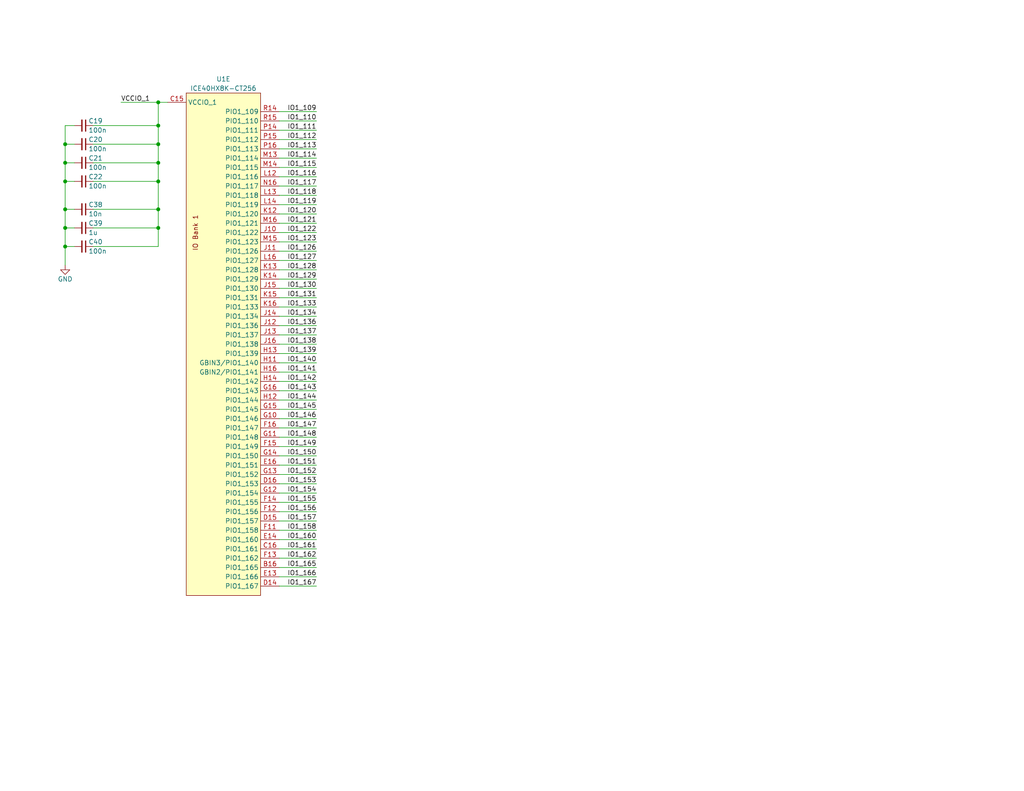
<source format=kicad_sch>
(kicad_sch (version 20211123) (generator eeschema)
  (paper "USLetter")
  (title_block (title "iCE40HX8K Development Board") (date "2022-04-30") (rev "0.1") (company "© 2022 Sam Hanes, licensed under CERN-OHL-S v2+") (comment 1 "https://github.com/Elemecca/ice40-dev"))
  (lib_symbols
    (symbol "0Local:ICE40HX8K-CT256"
      (property "Reference" "U" (at 0 6.35 0))
      (property "Value" "ICE40HX8K-CT256" (at 0 3.81 0))
      (symbol "ICE40HX8K-CT256_1_0"
        (text "Power Input" (at 7.62 -19.05 900) (effects (font (size 1.27 1.27))))
      )
      (symbol "ICE40HX8K-CT256_1_1"
        (rectangle (start -10.16 2.54) (end 10.16 -40.64) (fill (type background)))
        (pin passive line (at -15.24 -38.1 0) (length 5.08) hide (name "GND") (number "A12"))
        (pin passive line (at -15.24 0 0) (length 5.08) hide (name "VCC") (number "A14"))
        (pin passive line (at -15.24 -38.1 0) (length 5.08) hide (name "GND") (number "A4"))
        (pin power_in line (at -15.24 -30.48 0) (length 5.08) (name "VPP_FAST") (number "D12"))
        (pin power_in line (at -15.24 -27.94 0) (length 5.08) (name "VPP_2V5") (number "E12"))
        (pin passive line (at -15.24 -38.1 0) (length 5.08) hide (name "GND") (number "E15"))
        (pin power_in line (at -15.24 -20.32 0) (length 5.08) (name "GNDPLL1") (number "E7"))
        (pin power_in line (at -15.24 -17.78 0) (length 5.08) (name "VCCPLL1") (number "E8"))
        (pin passive line (at -15.24 0 0) (length 5.08) hide (name "VCC") (number "F10"))
        (pin power_in line (at -15.24 0 0) (length 5.08) (name "VCC") (number "F6"))
        (pin passive line (at -15.24 -38.1 0) (length 5.08) hide (name "GND") (number "G7"))
        (pin passive line (at -15.24 -38.1 0) (length 5.08) hide (name "GND") (number "G8"))
        (pin passive line (at -15.24 -38.1 0) (length 5.08) hide (name "GND") (number "G9"))
        (pin passive line (at -15.24 -38.1 0) (length 5.08) hide (name "GND") (number "H7"))
        (pin passive line (at -15.24 -38.1 0) (length 5.08) hide (name "GND") (number "H8"))
        (pin passive line (at -15.24 -38.1 0) (length 5.08) hide (name "GND") (number "H9"))
        (pin passive line (at -15.24 -38.1 0) (length 5.08) hide (name "GND") (number "J7"))
        (pin passive line (at -15.24 -38.1 0) (length 5.08) hide (name "GND") (number "J8"))
        (pin passive line (at -15.24 -38.1 0) (length 5.08) hide (name "GND") (number "J9"))
        (pin passive line (at -15.24 0 0) (length 5.08) hide (name "VCC") (number "K10"))
        (pin passive line (at -15.24 -38.1 0) (length 5.08) hide (name "GND") (number "K2"))
        (pin passive line (at -15.24 0 0) (length 5.08) hide (name "VCC") (number "K6"))
        (pin passive line (at -15.24 -38.1 0) (length 5.08) hide (name "GND") (number "K7"))
        (pin passive line (at -15.24 -38.1 0) (length 5.08) hide (name "GND") (number "L15"))
        (pin passive line (at -15.24 0 0) (length 5.08) hide (name "VCC") (number "L2"))
        (pin power_in line (at -15.24 -7.62 0) (length 5.08) (name "VCCPLL0") (number "L8"))
        (pin power_in line (at -15.24 -10.16 0) (length 5.08) (name "GNDPLL0") (number "N8"))
        (pin passive line (at -15.24 -38.1 0) (length 5.08) hide (name "GND") (number "R7"))
        (pin passive line (at -15.24 -38.1 0) (length 5.08) hide (name "GND") (number "T12"))
        (pin power_in line (at -15.24 -38.1 0) (length 5.08) (name "GND") (number "T4"))
      )
      (symbol "ICE40HX8K-CT256_2_0"
        (polyline (pts (xy -10.16 -15.24) (xy 10.16 -15.24)))
        (text "Config SPI" (at 7.62 -6.35 900) (effects (font (size 1.27 1.27))))
        (text "VCCIO_2" (at 3.81 -19.05 0) (effects (font (size 1.27 1.27))))
      )
      (symbol "ICE40HX8K-CT256_2_1"
        (rectangle (start -10.16 2.54) (end 10.16 -22.86) (fill (type background)))
        (pin output line (at -15.24 -17.78 0) (length 5.08) (name "CDONE") (number "M10"))
        (pin input line (at -15.24 -20.32 0) (length 5.08) (name "~{CRESET}") (number "N11"))
        (pin power_in line (at -15.24 0 0) (length 5.08) (name "VCC_SPI") (number "N13"))
        (pin bidirectional line (at -15.24 -7.62 0) (length 5.08) (name "SDI") (number "P11"))
        (pin bidirectional line (at -15.24 -10.16 0) (length 5.08) (name "SDO") (number "P12"))
        (pin bidirectional line (at -15.24 -5.08 0) (length 5.08) (name "SCK") (number "R11"))
        (pin bidirectional line (at -15.24 -12.7 0) (length 5.08) (name "~{SS}") (number "R12"))
      )
      (symbol "ICE40HX8K-CT256_3_0"
        (text "IO Bank 3" (at -7.62 -31.75 900) (effects (font (size 1.27 1.27))))
      )
      (symbol "ICE40HX8K-CT256_3_1"
        (rectangle (start -10.16 2.54) (end 10.16 -134.62) (fill (type background)))
        (pin tri_state line (at 15.24 -10.16 180) (length 5.08) (name "PIO3_2B") (number "B1"))
        (pin tri_state line (at 15.24 -5.08 180) (length 5.08) (name "PIO3_1B") (number "B2"))
        (pin tri_state line (at 15.24 -12.7 180) (length 5.08) (name "PIO3_3A") (number "C1"))
        (pin tri_state line (at 15.24 -15.24 180) (length 5.08) (name "PIO3_3B") (number "C2"))
        (pin tri_state line (at 15.24 -25.4 180) (length 5.08) (name "PIO3_5B") (number "D1"))
        (pin tri_state line (at 15.24 -20.32 180) (length 5.08) (name "PIO3_4B") (number "D2"))
        (pin power_in line (at -15.24 0 0) (length 5.08) (name "VCCIO_3") (number "E1"))
        (pin tri_state line (at 15.24 -35.56 180) (length 5.08) (name "PIO3_7B") (number "E2"))
        (pin tri_state line (at 15.24 -30.48 180) (length 5.08) (name "PIO3_6B") (number "E3"))
        (pin tri_state line (at 15.24 -2.54 180) (length 5.08) (name "PIO3_1A") (number "E4"))
        (pin tri_state line (at 15.24 -50.8 180) (length 5.08) (name "PIO3_10B") (number "F1"))
        (pin tri_state line (at 15.24 -45.72 180) (length 5.08) (name "PIO3_9B") (number "F2"))
        (pin tri_state line (at 15.24 -40.64 180) (length 5.08) (name "PIO3_8B") (number "F3"))
        (pin tri_state line (at 15.24 -17.78 180) (length 5.08) (name "PIO3_4A") (number "F4"))
        (pin tri_state line (at 15.24 -7.62 180) (length 5.08) (name "PIO3_2A") (number "F5"))
        (pin tri_state line (at 15.24 -66.04 180) (length 5.08) (name "GBIN7/PIO3_13B") (number "G1"))
        (pin tri_state line (at 15.24 -55.88 180) (length 5.08) (name "PIO3_11B") (number "G2"))
        (pin tri_state line (at 15.24 -38.1 180) (length 5.08) (name "PIO3_8A") (number "G3"))
        (pin tri_state line (at 15.24 -27.94 180) (length 5.08) (name "PIO3_6A") (number "G4"))
        (pin tri_state line (at 15.24 -22.86 180) (length 5.08) (name "PIO3_5A") (number "G5"))
        (pin passive line (at -15.24 0 0) (length 5.08) hide (name "VCCIO_3") (number "G6"))
        (pin tri_state line (at 15.24 -71.12 180) (length 5.08) (name "PIO3_14B") (number "H1"))
        (pin tri_state line (at 15.24 -60.96 180) (length 5.08) (name "PIO3_12B") (number "H2"))
        (pin tri_state line (at 15.24 -43.18 180) (length 5.08) (name "PIO3_9A") (number "H3"))
        (pin tri_state line (at 15.24 -53.34 180) (length 5.08) (name "PIO3_11A") (number "H4"))
        (pin tri_state line (at 15.24 -33.02 180) (length 5.08) (name "PIO3_7A") (number "H5"))
        (pin tri_state line (at 15.24 -48.26 180) (length 5.08) (name "PIO3_10A") (number "H6"))
        (pin tri_state line (at 15.24 -76.2 180) (length 5.08) (name "PIO3_15B") (number "J1"))
        (pin tri_state line (at 15.24 -73.66 180) (length 5.08) (name "PIO3_15A") (number "J2"))
        (pin tri_state line (at 15.24 -68.58 180) (length 5.08) (name "GBIN6/PIO3_14A") (number "J3"))
        (pin tri_state line (at 15.24 -58.42 180) (length 5.08) (name "PIO3_12A") (number "J4"))
        (pin tri_state line (at 15.24 -63.5 180) (length 5.08) (name "PIO3_13A") (number "J5"))
        (pin passive line (at -15.24 0 0) (length 5.08) hide (name "VCCIO_3") (number "J6"))
        (pin tri_state line (at 15.24 -78.74 180) (length 5.08) (name "PIO3_16A") (number "K1"))
        (pin tri_state line (at 15.24 -81.28 180) (length 5.08) (name "PIO3_16B") (number "K3"))
        (pin tri_state line (at 15.24 -88.9 180) (length 5.08) (name "PIO3_18A") (number "K4"))
        (pin tri_state line (at 15.24 -99.06 180) (length 5.08) (name "PIO3_20A") (number "K5"))
        (pin tri_state line (at 15.24 -86.36 180) (length 5.08) (name "PIO3_17B") (number "L1"))
        (pin tri_state line (at 15.24 -96.52 180) (length 5.08) (name "PIO3_19B") (number "L3"))
        (pin tri_state line (at 15.24 -83.82 180) (length 5.08) (name "PIO3_17A") (number "L4"))
        (pin tri_state line (at 15.24 -114.3 180) (length 5.08) (name "PIO3_23A") (number "L5"))
        (pin tri_state line (at 15.24 -93.98 180) (length 5.08) (name "PIO3_19A") (number "L6"))
        (pin tri_state line (at 15.24 -104.14 180) (length 5.08) (name "PIO3_21A") (number "L7"))
        (pin tri_state line (at 15.24 -91.44 180) (length 5.08) (name "PIO3_18B") (number "M1"))
        (pin tri_state line (at 15.24 -101.6 180) (length 5.08) (name "PIO3_20B") (number "M2"))
        (pin tri_state line (at 15.24 -111.76 180) (length 5.08) (name "PIO3_22B") (number "M3"))
        (pin tri_state line (at 15.24 -121.92 180) (length 5.08) (name "PIO3_24B") (number "M4"))
        (pin tri_state line (at 15.24 -127 180) (length 5.08) (name "PIO3_25B") (number "M5"))
        (pin tri_state line (at 15.24 -109.22 180) (length 5.08) (name "PIO3_22A") (number "M6"))
        (pin passive line (at -15.24 0 0) (length 5.08) hide (name "VCCIO_3") (number "N1"))
        (pin tri_state line (at 15.24 -106.68 180) (length 5.08) (name "PIO3_21B") (number "N2"))
        (pin tri_state line (at 15.24 -116.84 180) (length 5.08) (name "PIO3_23B") (number "N3"))
        (pin tri_state line (at 15.24 -132.08 180) (length 5.08) (name "PIO3_26B") (number "N4"))
        (pin tri_state line (at 15.24 -119.38 180) (length 5.08) (name "PIO3_24A") (number "P1"))
        (pin tri_state line (at 15.24 -124.46 180) (length 5.08) (name "PIO3_25A") (number "P2"))
        (pin tri_state line (at 15.24 -129.54 180) (length 5.08) (name "PIO3_26A") (number "R1"))
      )
      (symbol "ICE40HX8K-CT256_4_0"
        (text "IO Bank 2" (at -7.62 -33.02 900) (effects (font (size 1.27 1.27))))
      )
      (symbol "ICE40HX8K-CT256_4_1"
        (rectangle (start -10.16 2.54) (end 10.16 -119.38) (fill (type background)))
        (pin tri_state line (at 15.24 -114.3 180) (length 5.08) (name "CBSEL0/PIO2_103") (number "K11"))
        (pin power_in line (at -15.24 0 0) (length 5.08) (name "VCCIO_2") (number "K8"))
        (pin tri_state line (at 15.24 -71.12 180) (length 5.08) (name "GBIN4/PIO2_82") (number "K9"))
        (pin tri_state line (at 15.24 -78.74 180) (length 5.08) (name "PIO2_85") (number "L10"))
        (pin tri_state line (at 15.24 -104.14 180) (length 5.08) (name "PIO2_99") (number "L11"))
        (pin tri_state line (at 15.24 -50.8 180) (length 5.08) (name "PIO2_74") (number "L9"))
        (pin tri_state line (at 15.24 -96.52 180) (length 5.08) (name "PIO2_93") (number "M11"))
        (pin tri_state line (at 15.24 -109.22 180) (length 5.08) (name "PIO2_101") (number "M12"))
        (pin tri_state line (at 15.24 -30.48 180) (length 5.08) (name "PIO2_64") (number "M7"))
        (pin tri_state line (at 15.24 -38.1 180) (length 5.08) (name "PIO2_68") (number "M8"))
        (pin tri_state line (at 15.24 -66.04 180) (length 5.08) (name "PIO2_80") (number "M9"))
        (pin tri_state line (at 15.24 -83.82 180) (length 5.08) (name "PIO2_87") (number "N10"))
        (pin tri_state line (at 15.24 -101.6 180) (length 5.08) (name "PIO2_98") (number "N12"))
        (pin tri_state line (at 15.24 -12.7 180) (length 5.08) (name "PIO2_56") (number "N5"))
        (pin tri_state line (at 15.24 -2.54 180) (length 5.08) (name "PIO2_52") (number "N6"))
        (pin tri_state line (at 15.24 -33.02 180) (length 5.08) (name "PIO2_66") (number "N7"))
        (pin tri_state line (at 15.24 -60.96 180) (length 5.08) (name "PIO2_78") (number "N9"))
        (pin tri_state line (at 15.24 -81.28 180) (length 5.08) (name "PIO2_86") (number "P10"))
        (pin tri_state line (at 15.24 -116.84 180) (length 5.08) (name "CBSEL1/PIO2_104") (number "P13"))
        (pin passive line (at -15.24 0 0) (length 5.08) hide (name "VCCIO_2") (number "P3"))
        (pin tri_state line (at 15.24 -7.62 180) (length 5.08) (name "PIO2_54") (number "P4"))
        (pin tri_state line (at 15.24 -17.78 180) (length 5.08) (name "PIO2_58") (number "P5"))
        (pin tri_state line (at 15.24 -35.56 180) (length 5.08) (name "PIO2_67") (number "P6"))
        (pin tri_state line (at 15.24 -58.42 180) (length 5.08) (name "PIO2_77") (number "P7"))
        (pin tri_state line (at 15.24 -45.72 180) (length 5.08) (name "PIO2_72") (number "P8"))
        (pin tri_state line (at 15.24 -73.66 180) (length 5.08) (name "PIO2_83") (number "P9"))
        (pin tri_state line (at 15.24 -76.2 180) (length 5.08) (name "PIO2_84") (number "R10"))
        (pin passive line (at -15.24 0 0) (length 5.08) hide (name "VCCIO_2") (number "R13"))
        (pin tri_state line (at 15.24 -111.76 180) (length 5.08) (name "PIO2_102") (number "R16"))
        (pin tri_state line (at 15.24 -10.16 180) (length 5.08) (name "PIO2_55") (number "R2"))
        (pin tri_state line (at 15.24 -20.32 180) (length 5.08) (name "PIO2_59") (number "R3"))
        (pin tri_state line (at 15.24 -27.94 180) (length 5.08) (name "PIO2_63") (number "R4"))
        (pin tri_state line (at 15.24 -22.86 180) (length 5.08) (name "PIO2_60") (number "R5"))
        (pin tri_state line (at 15.24 -43.18 180) (length 5.08) (name "PIO2_71") (number "R6"))
        (pin passive line (at -15.24 0 0) (length 5.08) hide (name "VCCIO_2") (number "R8"))
        (pin tri_state line (at 15.24 -68.58 180) (length 5.08) (name "GBIN5/PIO2_81") (number "R9"))
        (pin tri_state line (at 15.24 -5.08 180) (length 5.08) (name "PIO2_53") (number "T1"))
        (pin tri_state line (at 15.24 -86.36 180) (length 5.08) (name "PIO2_88") (number "T10"))
        (pin tri_state line (at 15.24 -88.9 180) (length 5.08) (name "PIO2_89") (number "T11"))
        (pin tri_state line (at 15.24 -99.06 180) (length 5.08) (name "PIO2_94") (number "T13"))
        (pin tri_state line (at 15.24 -93.98 180) (length 5.08) (name "PIO2_92") (number "T14"))
        (pin tri_state line (at 15.24 -91.44 180) (length 5.08) (name "PIO2_91") (number "T15"))
        (pin tri_state line (at 15.24 -106.68 180) (length 5.08) (name "PIO2_100") (number "T16"))
        (pin tri_state line (at 15.24 -15.24 180) (length 5.08) (name "PIO2_57") (number "T2"))
        (pin tri_state line (at 15.24 -25.4 180) (length 5.08) (name "PIO2_61") (number "T3"))
        (pin tri_state line (at 15.24 -40.64 180) (length 5.08) (name "PIO2_69") (number "T5"))
        (pin tri_state line (at 15.24 -48.26 180) (length 5.08) (name "PIO2_73") (number "T6"))
        (pin tri_state line (at 15.24 -53.34 180) (length 5.08) (name "PIO2_75") (number "T7"))
        (pin tri_state line (at 15.24 -55.88 180) (length 5.08) (name "PIO2_76") (number "T8"))
        (pin tri_state line (at 15.24 -63.5 180) (length 5.08) (name "PIO2_79") (number "T9"))
      )
      (symbol "ICE40HX8K-CT256_5_0"
        (text "IO Bank 1" (at -7.62 -35.56 900) (effects (font (size 1.27 1.27))))
      )
      (symbol "ICE40HX8K-CT256_5_1"
        (rectangle (start -10.16 2.54) (end 10.16 -134.62) (fill (type background)))
        (pin tri_state line (at 15.24 -127 180) (length 5.08) (name "PIO1_165") (number "B16"))
        (pin power_in line (at -15.24 0 0) (length 5.08) (name "VCCIO_1") (number "C15"))
        (pin tri_state line (at 15.24 -121.92 180) (length 5.08) (name "PIO1_161") (number "C16"))
        (pin tri_state line (at 15.24 -132.08 180) (length 5.08) (name "PIO1_167") (number "D14"))
        (pin tri_state line (at 15.24 -114.3 180) (length 5.08) (name "PIO1_157") (number "D15"))
        (pin tri_state line (at 15.24 -104.14 180) (length 5.08) (name "PIO1_153") (number "D16"))
        (pin tri_state line (at 15.24 -129.54 180) (length 5.08) (name "PIO1_166") (number "E13"))
        (pin tri_state line (at 15.24 -119.38 180) (length 5.08) (name "PIO1_160") (number "E14"))
        (pin tri_state line (at 15.24 -99.06 180) (length 5.08) (name "PIO1_151") (number "E16"))
        (pin tri_state line (at 15.24 -116.84 180) (length 5.08) (name "PIO1_158") (number "F11"))
        (pin tri_state line (at 15.24 -111.76 180) (length 5.08) (name "PIO1_156") (number "F12"))
        (pin tri_state line (at 15.24 -124.46 180) (length 5.08) (name "PIO1_162") (number "F13"))
        (pin tri_state line (at 15.24 -109.22 180) (length 5.08) (name "PIO1_155") (number "F14"))
        (pin tri_state line (at 15.24 -93.98 180) (length 5.08) (name "PIO1_149") (number "F15"))
        (pin tri_state line (at 15.24 -88.9 180) (length 5.08) (name "PIO1_147") (number "F16"))
        (pin tri_state line (at 15.24 -86.36 180) (length 5.08) (name "PIO1_146") (number "G10"))
        (pin tri_state line (at 15.24 -91.44 180) (length 5.08) (name "PIO1_148") (number "G11"))
        (pin tri_state line (at 15.24 -106.68 180) (length 5.08) (name "PIO1_154") (number "G12"))
        (pin tri_state line (at 15.24 -101.6 180) (length 5.08) (name "PIO1_152") (number "G13"))
        (pin tri_state line (at 15.24 -96.52 180) (length 5.08) (name "PIO1_150") (number "G14"))
        (pin tri_state line (at 15.24 -83.82 180) (length 5.08) (name "PIO1_145") (number "G15"))
        (pin tri_state line (at 15.24 -78.74 180) (length 5.08) (name "PIO1_143") (number "G16"))
        (pin passive line (at -15.24 0 0) (length 5.08) hide (name "VCCIO_1") (number "H10"))
        (pin tri_state line (at 15.24 -71.12 180) (length 5.08) (name "GBIN3/PIO1_140") (number "H11"))
        (pin tri_state line (at 15.24 -81.28 180) (length 5.08) (name "PIO1_144") (number "H12"))
        (pin tri_state line (at 15.24 -68.58 180) (length 5.08) (name "PIO1_139") (number "H13"))
        (pin tri_state line (at 15.24 -76.2 180) (length 5.08) (name "PIO1_142") (number "H14"))
        (pin passive line (at -15.24 0 0) (length 5.08) hide (name "VCCIO_1") (number "H15"))
        (pin tri_state line (at 15.24 -73.66 180) (length 5.08) (name "GBIN2/PIO1_141") (number "H16"))
        (pin tri_state line (at 15.24 -35.56 180) (length 5.08) (name "PIO1_122") (number "J10"))
        (pin tri_state line (at 15.24 -40.64 180) (length 5.08) (name "PIO1_126") (number "J11"))
        (pin tri_state line (at 15.24 -60.96 180) (length 5.08) (name "PIO1_136") (number "J12"))
        (pin tri_state line (at 15.24 -63.5 180) (length 5.08) (name "PIO1_137") (number "J13"))
        (pin tri_state line (at 15.24 -58.42 180) (length 5.08) (name "PIO1_134") (number "J14"))
        (pin tri_state line (at 15.24 -50.8 180) (length 5.08) (name "PIO1_130") (number "J15"))
        (pin tri_state line (at 15.24 -66.04 180) (length 5.08) (name "PIO1_138") (number "J16"))
        (pin tri_state line (at 15.24 -30.48 180) (length 5.08) (name "PIO1_120") (number "K12"))
        (pin tri_state line (at 15.24 -45.72 180) (length 5.08) (name "PIO1_128") (number "K13"))
        (pin tri_state line (at 15.24 -48.26 180) (length 5.08) (name "PIO1_129") (number "K14"))
        (pin tri_state line (at 15.24 -53.34 180) (length 5.08) (name "PIO1_131") (number "K15"))
        (pin tri_state line (at 15.24 -55.88 180) (length 5.08) (name "PIO1_133") (number "K16"))
        (pin tri_state line (at 15.24 -20.32 180) (length 5.08) (name "PIO1_116") (number "L12"))
        (pin tri_state line (at 15.24 -25.4 180) (length 5.08) (name "PIO1_118") (number "L13"))
        (pin tri_state line (at 15.24 -27.94 180) (length 5.08) (name "PIO1_119") (number "L14"))
        (pin tri_state line (at 15.24 -43.18 180) (length 5.08) (name "PIO1_127") (number "L16"))
        (pin tri_state line (at 15.24 -15.24 180) (length 5.08) (name "PIO1_114") (number "M13"))
        (pin tri_state line (at 15.24 -17.78 180) (length 5.08) (name "PIO1_115") (number "M14"))
        (pin tri_state line (at 15.24 -38.1 180) (length 5.08) (name "PIO1_123") (number "M15"))
        (pin tri_state line (at 15.24 -33.02 180) (length 5.08) (name "PIO1_121") (number "M16"))
        (pin no_connect line (at -10.16 -132.08 0) (length 5.08) hide (name "NC") (number "N14"))
        (pin passive line (at -15.24 0 0) (length 5.08) hide (name "VCCIO_1") (number "N15"))
        (pin tri_state line (at 15.24 -22.86 180) (length 5.08) (name "PIO1_117") (number "N16"))
        (pin tri_state line (at 15.24 -7.62 180) (length 5.08) (name "PIO1_111") (number "P14"))
        (pin tri_state line (at 15.24 -10.16 180) (length 5.08) (name "PIO1_112") (number "P15"))
        (pin tri_state line (at 15.24 -12.7 180) (length 5.08) (name "PIO1_113") (number "P16"))
        (pin tri_state line (at 15.24 -2.54 180) (length 5.08) (name "PIO1_109") (number "R14"))
        (pin tri_state line (at 15.24 -5.08 180) (length 5.08) (name "PIO1_110") (number "R15"))
      )
      (symbol "ICE40HX8K-CT256_6_0"
        (text "IO Bank 0" (at -7.62 -31.75 900) (effects (font (size 1.27 1.27))))
      )
      (symbol "ICE40HX8K-CT256_6_1"
        (rectangle (start -10.16 2.54) (end 10.16 -134.62) (fill (type background)))
        (pin tri_state line (at 15.24 -114.3 180) (length 5.08) (name "PIO0_220") (number "A1"))
        (pin tri_state line (at 15.24 -45.72 180) (length 5.08) (name "PIO0_186") (number "A10"))
        (pin tri_state line (at 15.24 -48.26 180) (length 5.08) (name "PIO0_187") (number "A11"))
        (pin power_in line (at -15.24 0 0) (length 5.08) (name "VCCIO_0") (number "A13"))
        (pin tri_state line (at 15.24 -22.86 180) (length 5.08) (name "PIO0_177") (number "A15"))
        (pin tri_state line (at 15.24 -20.32 180) (length 5.08) (name "PIO0_176") (number "A16"))
        (pin tri_state line (at 15.24 -109.22 180) (length 5.08) (name "PIO0_218") (number "A2"))
        (pin passive line (at -15.24 0 0) (length 5.08) hide (name "VCCIO_0") (number "A3"))
        (pin tri_state line (at 15.24 -99.06 180) (length 5.08) (name "PIO0_213") (number "A5"))
        (pin tri_state line (at 15.24 -93.98 180) (length 5.08) (name "PIO0_211") (number "A6"))
        (pin tri_state line (at 15.24 -78.74 180) (length 5.08) (name "PIO0_205") (number "A7"))
        (pin passive line (at -15.24 0 0) (length 5.08) hide (name "VCCIO_0") (number "A8"))
        (pin tri_state line (at 15.24 -60.96 180) (length 5.08) (name "PIO0_194") (number "A9"))
        (pin tri_state line (at 15.24 -38.1 180) (length 5.08) (name "PIO0_183") (number "B10"))
        (pin tri_state line (at 15.24 -40.64 180) (length 5.08) (name "PIO0_184") (number "B11"))
        (pin tri_state line (at 15.24 -35.56 180) (length 5.08) (name "PIO0_182") (number "B12"))
        (pin tri_state line (at 15.24 -25.4 180) (length 5.08) (name "PIO0_178") (number "B13"))
        (pin tri_state line (at 15.24 -10.16 180) (length 5.08) (name "PIO0_171") (number "B14"))
        (pin tri_state line (at 15.24 -5.08 180) (length 5.08) (name "PIO0_169") (number "B15"))
        (pin tri_state line (at 15.24 -121.92 180) (length 5.08) (name "PIO0_223") (number "B3"))
        (pin tri_state line (at 15.24 -106.68 180) (length 5.08) (name "PIO0_216") (number "B4"))
        (pin tri_state line (at 15.24 -101.6 180) (length 5.08) (name "PIO0_214") (number "B5"))
        (pin tri_state line (at 15.24 -86.36 180) (length 5.08) (name "PIO0_208") (number "B6"))
        (pin tri_state line (at 15.24 -83.82 180) (length 5.08) (name "PIO0_207") (number "B7"))
        (pin tri_state line (at 15.24 -76.2 180) (length 5.08) (name "PIO0_203") (number "B8"))
        (pin tri_state line (at 15.24 -71.12 180) (length 5.08) (name "PIO0_199") (number "B9"))
        (pin tri_state line (at 15.24 -43.18 180) (length 5.08) (name "PIO0_185") (number "C10"))
        (pin tri_state line (at 15.24 -30.48 180) (length 5.08) (name "PIO0_180") (number "C11"))
        (pin tri_state line (at 15.24 -12.7 180) (length 5.08) (name "PIO0_172") (number "C12"))
        (pin tri_state line (at 15.24 -17.78 180) (length 5.08) (name "PIO0_174") (number "C13"))
        (pin tri_state line (at 15.24 -2.54 180) (length 5.08) (name "PIO0_168") (number "C14"))
        (pin tri_state line (at 15.24 -132.08 180) (length 5.08) (name "PIO0_227") (number "C3"))
        (pin tri_state line (at 15.24 -119.38 180) (length 5.08) (name "PIO0_222") (number "C4"))
        (pin tri_state line (at 15.24 -116.84 180) (length 5.08) (name "PIO0_221") (number "C5"))
        (pin tri_state line (at 15.24 -88.9 180) (length 5.08) (name "PIO0_209") (number "C6"))
        (pin tri_state line (at 15.24 -81.28 180) (length 5.08) (name "PIO0_206") (number "C7"))
        (pin tri_state line (at 15.24 -66.04 180) (length 5.08) (name "GBIN1/PIO0_197") (number "C8"))
        (pin tri_state line (at 15.24 -53.34 180) (length 5.08) (name "PIO0_191") (number "C9"))
        (pin tri_state line (at 15.24 -50.8 180) (length 5.08) (name "PIO0_190") (number "D10"))
        (pin tri_state line (at 15.24 -33.02 180) (length 5.08) (name "PIO0_181") (number "D11"))
        (pin tri_state line (at 15.24 -7.62 180) (length 5.08) (name "PIO0_170") (number "D13"))
        (pin tri_state line (at 15.24 -129.54 180) (length 5.08) (name "PIO0_226") (number "D3"))
        (pin tri_state line (at 15.24 -124.46 180) (length 5.08) (name "PIO0_224") (number "D4"))
        (pin tri_state line (at 15.24 -111.76 180) (length 5.08) (name "PIO0_219") (number "D5"))
        (pin tri_state line (at 15.24 -96.52 180) (length 5.08) (name "PIO0_212") (number "D6"))
        (pin tri_state line (at 15.24 -91.44 180) (length 5.08) (name "PIO0_210") (number "D7"))
        (pin tri_state line (at 15.24 -73.66 180) (length 5.08) (name "PIO0_200") (number "D8"))
        (pin tri_state line (at 15.24 -58.42 180) (length 5.08) (name "PIO0_193") (number "D9"))
        (pin tri_state line (at 15.24 -27.94 180) (length 5.08) (name "PIO0_179") (number "E10"))
        (pin tri_state line (at 15.24 -15.24 180) (length 5.08) (name "PIO0_173") (number "E11"))
        (pin tri_state line (at 15.24 -127 180) (length 5.08) (name "PIO0_225") (number "E5"))
        (pin tri_state line (at 15.24 -104.14 180) (length 5.08) (name "PIO0_215") (number "E6"))
        (pin tri_state line (at 15.24 -55.88 180) (length 5.08) (name "PIO0_192") (number "E9"))
        (pin tri_state line (at 15.24 -68.58 180) (length 5.08) (name "GBIN0/PIO0_198") (number "F7"))
        (pin passive line (at -15.24 0 0) (length 5.08) hide (name "VCCIO_0") (number "F8"))
        (pin tri_state line (at 15.24 -63.5 180) (length 5.08) (name "PIO0_196") (number "F9"))
      )
    )
    (symbol "Device:C_Small" (pin_numbers hide) (pin_names (offset 0.254) hide)
      (property "Reference" "C" (at 0.254 1.778 0))
      (property "Value" "C_Small" (at 0.254 -2.032 0))
      (symbol "C_Small_0_1"
        (polyline (pts (xy -1.524 -0.508) (xy 1.524 -0.508)) (stroke (width 0.3302)))
        (polyline (pts (xy -1.524 0.508) (xy 1.524 0.508)) (stroke (width 0.3048)))
      )
      (symbol "C_Small_1_1"
        (pin passive line (at 0 2.54 270) (length 2.032) (name "~") (number "1"))
        (pin passive line (at 0 -2.54 90) (length 2.032) (name "~") (number "2"))
      )
    )
    (symbol "power:GND" (power) (pin_names (offset 0))
      (property "Value" "GND" (at 0 -3.81 0))
      (symbol "GND_0_1"
        (polyline (pts (xy 0 0) (xy 0 -1.27) (xy 1.27 -1.27) (xy 0 -2.54) (xy -1.27 -1.27) (xy 0 -1.27)))
      )
      (symbol "GND_1_1"
        (pin power_in line (at 0 0 270) (length 0) hide (name "GND") (number "1"))
      )
    )
  )
  (junction (at 43.18 27.94))
  (junction (at 43.18 49.53))
  (junction (at 43.18 44.45))
  (junction (at 17.78 49.53))
  (junction (at 17.78 57.15))
  (junction (at 17.78 62.23))
  (junction (at 17.78 67.31))
  (junction (at 43.18 57.15))
  (junction (at 43.18 39.37))
  (junction (at 43.18 62.23))
  (junction (at 17.78 44.45))
  (junction (at 43.18 34.29))
  (junction (at 17.78 39.37))
  (wire (pts (xy 76.2 40.64) (xy 86.36 40.64)))
  (wire (pts (xy 17.78 44.45) (xy 17.78 49.53)))
  (wire (pts (xy 20.32 67.31) (xy 17.78 67.31)))
  (wire (pts (xy 76.2 30.48) (xy 86.36 30.48)))
  (wire (pts (xy 76.2 144.78) (xy 86.36 144.78)))
  (wire (pts (xy 76.2 88.9) (xy 86.36 88.9)))
  (wire (pts (xy 76.2 101.6) (xy 86.36 101.6)))
  (wire (pts (xy 17.78 62.23) (xy 20.32 62.23)))
  (wire (pts (xy 76.2 33.02) (xy 86.36 33.02)))
  (wire (pts (xy 76.2 147.32) (xy 86.36 147.32)))
  (wire (pts (xy 76.2 76.2) (xy 86.36 76.2)))
  (wire (pts (xy 76.2 58.42) (xy 86.36 58.42)))
  (wire (pts (xy 43.18 44.45) (xy 43.18 49.53)))
  (wire (pts (xy 20.32 34.29) (xy 17.78 34.29)))
  (wire (pts (xy 76.2 139.7) (xy 86.36 139.7)))
  (wire (pts (xy 43.18 44.45) (xy 25.4 44.45)))
  (wire (pts (xy 76.2 91.44) (xy 86.36 91.44)))
  (wire (pts (xy 25.4 57.15) (xy 43.18 57.15)))
  (wire (pts (xy 76.2 66.04) (xy 86.36 66.04)))
  (wire (pts (xy 76.2 83.82) (xy 86.36 83.82)))
  (wire (pts (xy 17.78 49.53) (xy 20.32 49.53)))
  (wire (pts (xy 76.2 48.26) (xy 86.36 48.26)))
  (wire (pts (xy 25.4 67.31) (xy 43.18 67.31)))
  (wire (pts (xy 43.18 49.53) (xy 25.4 49.53)))
  (wire (pts (xy 43.18 62.23) (xy 43.18 67.31)))
  (wire (pts (xy 43.18 57.15) (xy 43.18 62.23)))
  (wire (pts (xy 76.2 63.5) (xy 86.36 63.5)))
  (wire (pts (xy 76.2 60.96) (xy 86.36 60.96)))
  (wire (pts (xy 17.78 34.29) (xy 17.78 39.37)))
  (wire (pts (xy 43.18 27.94) (xy 43.18 34.29)))
  (wire (pts (xy 76.2 93.98) (xy 86.36 93.98)))
  (wire (pts (xy 76.2 111.76) (xy 86.36 111.76)))
  (wire (pts (xy 76.2 53.34) (xy 86.36 53.34)))
  (wire (pts (xy 76.2 106.68) (xy 86.36 106.68)))
  (wire (pts (xy 43.18 34.29) (xy 43.18 39.37)))
  (wire (pts (xy 76.2 160.02) (xy 86.36 160.02)))
  (wire (pts (xy 76.2 81.28) (xy 86.36 81.28)))
  (wire (pts (xy 76.2 137.16) (xy 86.36 137.16)))
  (wire (pts (xy 76.2 35.56) (xy 86.36 35.56)))
  (wire (pts (xy 76.2 134.62) (xy 86.36 134.62)))
  (wire (pts (xy 76.2 124.46) (xy 86.36 124.46)))
  (wire (pts (xy 76.2 149.86) (xy 86.36 149.86)))
  (wire (pts (xy 76.2 78.74) (xy 86.36 78.74)))
  (wire (pts (xy 43.18 39.37) (xy 43.18 44.45)))
  (wire (pts (xy 17.78 57.15) (xy 20.32 57.15)))
  (wire (pts (xy 20.32 39.37) (xy 17.78 39.37)))
  (wire (pts (xy 76.2 104.14) (xy 86.36 104.14)))
  (wire (pts (xy 76.2 152.4) (xy 86.36 152.4)))
  (wire (pts (xy 76.2 127) (xy 86.36 127)))
  (wire (pts (xy 76.2 121.92) (xy 86.36 121.92)))
  (wire (pts (xy 76.2 116.84) (xy 86.36 116.84)))
  (wire (pts (xy 43.18 39.37) (xy 25.4 39.37)))
  (wire (pts (xy 76.2 50.8) (xy 86.36 50.8)))
  (wire (pts (xy 76.2 55.88) (xy 86.36 55.88)))
  (wire (pts (xy 76.2 142.24) (xy 86.36 142.24)))
  (wire (pts (xy 76.2 45.72) (xy 86.36 45.72)))
  (wire (pts (xy 76.2 114.3) (xy 86.36 114.3)))
  (wire (pts (xy 17.78 57.15) (xy 17.78 49.53)))
  (wire (pts (xy 76.2 157.48) (xy 86.36 157.48)))
  (wire (pts (xy 76.2 119.38) (xy 86.36 119.38)))
  (wire (pts (xy 76.2 43.18) (xy 86.36 43.18)))
  (wire (pts (xy 76.2 96.52) (xy 86.36 96.52)))
  (wire (pts (xy 76.2 129.54) (xy 86.36 129.54)))
  (wire (pts (xy 76.2 68.58) (xy 86.36 68.58)))
  (wire (pts (xy 20.32 44.45) (xy 17.78 44.45)))
  (wire (pts (xy 17.78 67.31) (xy 17.78 72.39)))
  (wire (pts (xy 43.18 34.29) (xy 25.4 34.29)))
  (wire (pts (xy 76.2 73.66) (xy 86.36 73.66)))
  (wire (pts (xy 43.18 27.94) (xy 45.72 27.94)))
  (wire (pts (xy 76.2 86.36) (xy 86.36 86.36)))
  (wire (pts (xy 76.2 132.08) (xy 86.36 132.08)))
  (wire (pts (xy 17.78 67.31) (xy 17.78 62.23)))
  (wire (pts (xy 43.18 49.53) (xy 43.18 57.15)))
  (wire (pts (xy 76.2 99.06) (xy 86.36 99.06)))
  (wire (pts (xy 76.2 71.12) (xy 86.36 71.12)))
  (wire (pts (xy 17.78 39.37) (xy 17.78 44.45)))
  (wire (pts (xy 76.2 38.1) (xy 86.36 38.1)))
  (wire (pts (xy 76.2 109.22) (xy 86.36 109.22)))
  (wire (pts (xy 25.4 62.23) (xy 43.18 62.23)))
  (wire (pts (xy 33.02 27.94) (xy 43.18 27.94)))
  (wire (pts (xy 17.78 62.23) (xy 17.78 57.15)))
  (wire (pts (xy 76.2 154.94) (xy 86.36 154.94)))
  (label "IO1_114" (at 86.36 43.18 180))
  (label "IO1_144" (at 86.36 109.22 180))
  (label "IO1_131" (at 86.36 81.28 180))
  (label "IO1_126" (at 86.36 68.58 180))
  (label "IO1_167" (at 86.36 160.02 180))
  (label "IO1_148" (at 86.36 119.38 180))
  (label "IO1_110" (at 86.36 33.02 180))
  (label "IO1_140" (at 86.36 99.06 180))
  (label "IO1_123" (at 86.36 66.04 180))
  (label "IO1_116" (at 86.36 48.26 180))
  (label "IO1_120" (at 86.36 58.42 180))
  (label "IO1_109" (at 86.36 30.48 180))
  (label "IO1_136" (at 86.36 88.9 180))
  (label "IO1_141" (at 86.36 101.6 180))
  (label "IO1_152" (at 86.36 129.54 180))
  (label "IO1_122" (at 86.36 63.5 180))
  (label "IO1_138" (at 86.36 93.98 180))
  (label "IO1_117" (at 86.36 50.8 180))
  (label "IO1_153" (at 86.36 132.08 180))
  (label "IO1_158" (at 86.36 144.78 180))
  (label "IO1_113" (at 86.36 40.64 180))
  (label "IO1_133" (at 86.36 83.82 180))
  (label "IO1_150" (at 86.36 124.46 180))
  (label "IO1_161" (at 86.36 149.86 180))
  (label "IO1_115" (at 86.36 45.72 180))
  (label "IO1_121" (at 86.36 60.96 180))
  (label "IO1_165" (at 86.36 154.94 180))
  (label "IO1_112" (at 86.36 38.1 180))
  (label "IO1_166" (at 86.36 157.48 180))
  (label "IO1_162" (at 86.36 152.4 180))
  (label "IO1_129" (at 86.36 76.2 180))
  (label "IO1_157" (at 86.36 142.24 180))
  (label "IO1_128" (at 86.36 73.66 180))
  (label "IO1_134" (at 86.36 86.36 180))
  (label "IO1_146" (at 86.36 114.3 180))
  (label "IO1_142" (at 86.36 104.14 180))
  (label "IO1_149" (at 86.36 121.92 180))
  (label "IO1_118" (at 86.36 53.34 180))
  (label "IO1_119" (at 86.36 55.88 180))
  (label "IO1_143" (at 86.36 106.68 180))
  (label "IO1_160" (at 86.36 147.32 180))
  (label "IO1_130" (at 86.36 78.74 180))
  (label "IO1_137" (at 86.36 91.44 180))
  (label "IO1_147" (at 86.36 116.84 180))
  (label "VCCIO_1" (at 33.02 27.94 0))
  (label "IO1_155" (at 86.36 137.16 180))
  (label "IO1_127" (at 86.36 71.12 180))
  (label "IO1_154" (at 86.36 134.62 180))
  (label "IO1_139" (at 86.36 96.52 180))
  (label "IO1_111" (at 86.36 35.56 180))
  (label "IO1_145" (at 86.36 111.76 180))
  (label "IO1_151" (at 86.36 127 180))
  (label "IO1_156" (at 86.36 139.7 180))
  (symbol (lib_id "Device:C_Small") (at 22.86 44.45 270) (unit 1)
    (property "Reference" "C21" (at 24.13 43.18 90) (effects (justify left)))
    (property "Value" "100n" (at 24.13 45.72 90) (effects (justify left)))
    (property "Footprint" "0Local:C_SMD_0402_Pad0.5mm" (effects hide))
  )
  (symbol (lib_id "Device:C_Small") (at 22.86 57.15 270) (unit 1)
    (property "Reference" "C38" (at 24.13 55.88 90) (effects (justify left)))
    (property "Value" "10n" (at 24.13 58.42 90) (effects (justify left)))
    (property "Footprint" "0Local:C_SMD_0402_Pad0.5mm" (effects hide))
  )
  (symbol (lib_id "Device:C_Small") (at 22.86 62.23 270) (unit 1)
    (property "Reference" "C39" (at 24.13 60.96 90) (effects (justify left)))
    (property "Value" "1u" (at 24.13 63.5 90) (effects (justify left)))
    (property "Footprint" "0Local:C_SMD_0402_Pad0.5mm" (effects hide))
  )
  (symbol (lib_id "Device:C_Small") (at 22.86 34.29 270) (unit 1)
    (property "Reference" "C19" (at 24.13 33.02 90) (effects (justify left)))
    (property "Value" "100n" (at 24.13 35.56 90) (effects (justify left)))
    (property "Footprint" "0Local:C_SMD_0402_Pad0.5mm" (effects hide))
  )
  (symbol (lib_id "Device:C_Small") (at 22.86 39.37 270) (unit 1)
    (property "Reference" "C20" (at 24.13 38.1 90) (effects (justify left)))
    (property "Value" "100n" (at 24.13 40.64 90) (effects (justify left)))
    (property "Footprint" "0Local:C_SMD_0402_Pad0.5mm" (effects hide))
  )
  (symbol (lib_id "0Local:ICE40HX8K-CT256") (at 60.96 27.94 0) (unit 5)
    (property "Reference" "U1" (at 60.96 21.59 0))
    (property "Value" "ICE40HX8K-CT256" (at 60.96 24.13 0))
    (property "Footprint" "0Local:Lattice_caBGA-256_14x14mm_Layout16x16_P0.8mm_Ball0.4mm_Pad0.5mm_SMD" (effects hide))
    (property "Datasheet" "https://www.latticesemi.com/view_document?document_id=49312" (effects hide))
  )
  (symbol (lib_id "Device:C_Small") (at 22.86 49.53 270) (unit 1)
    (property "Reference" "C22" (at 24.13 48.26 90) (effects (justify left)))
    (property "Value" "100n" (at 24.13 50.8 90) (effects (justify left)))
    (property "Footprint" "0Local:C_SMD_0402_Pad0.5mm" (effects hide))
  )
  (symbol (lib_id "Device:C_Small") (at 22.86 67.31 270) (unit 1)
    (property "Reference" "C40" (at 24.13 66.04 90) (effects (justify left)))
    (property "Value" "100n" (at 24.13 68.58 90) (effects (justify left)))
    (property "Footprint" "0Local:C_SMD_0402_Pad0.5mm" (effects hide))
  )
  (symbol (lib_id "power:GND") (at 17.78 72.39 0) (unit 1)
    (property "Reference" "#PWR0107" (effects hide))
    (property "Value" "GND" (at 17.78 76.2 0))
  )
)
</source>
